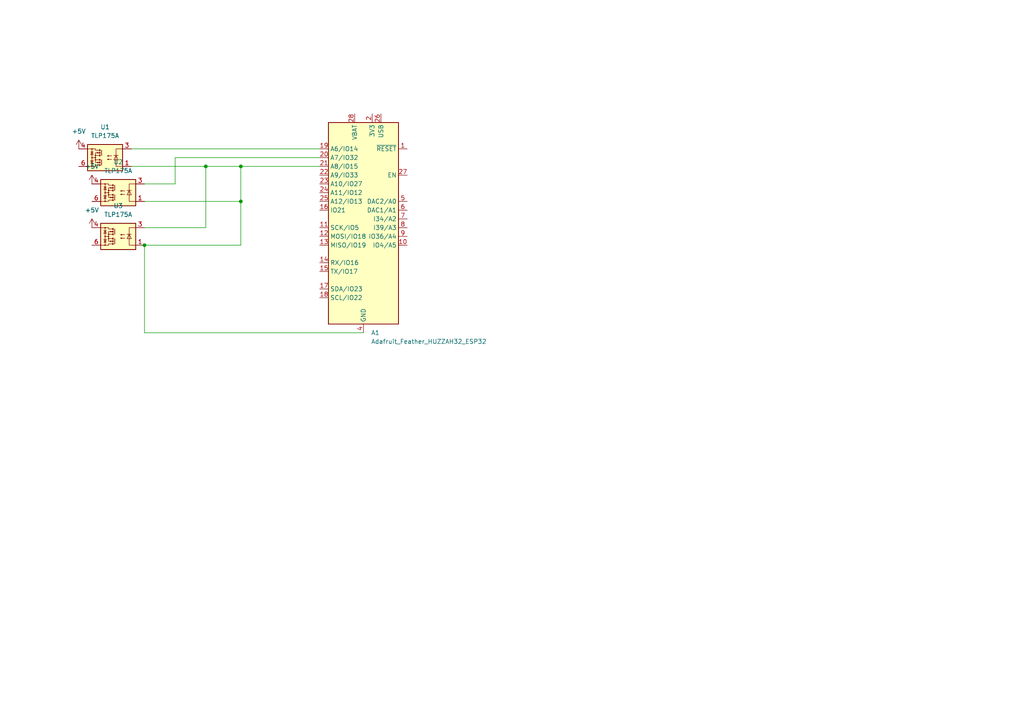
<source format=kicad_sch>
(kicad_sch (version 20231120) (generator "eeschema") (generator_version "8.0")
  (paper "A4")
  (lib_symbols
    (symbol "MCU_Module:Adafruit_Feather_HUZZAH32_ESP32"
      (property "Reference" "A" (at -10.16 29.21 0))
      (property "Value" "Adafruit_Feather_HUZZAH32_ESP32" (at 2.54 -31.75 0))
      (symbol "Adafruit_Feather_HUZZAH32_ESP32_0_1"
        (rectangle (start -10.16 27.94) (end 10.16 -30.48) (stroke (width 0.254)) (fill (type background)))
      )
      (symbol "Adafruit_Feather_HUZZAH32_ESP32_1_1"
        (pin input line (at 12.7 20.32 180) (length 2.54) (name "~{RESET}") (number "1"))
        (pin bidirectional line (at 12.7 -7.62 180) (length 2.54) (name "IO4/A5") (number "10"))
        (pin bidirectional line (at -12.7 -2.54 0) (length 2.54) (name "SCK/IO5") (number "11"))
        (pin bidirectional line (at -12.7 -5.08 0) (length 2.54) (name "MOSI/IO18") (number "12"))
        (pin bidirectional line (at -12.7 -7.62 0) (length 2.54) (name "MISO/IO19") (number "13"))
        (pin bidirectional line (at -12.7 -12.7 0) (length 2.54) (name "RX/IO16") (number "14"))
        (pin bidirectional line (at -12.7 -15.24 0) (length 2.54) (name "TX/IO17") (number "15"))
        (pin bidirectional line (at -12.7 2.54 0) (length 2.54) (name "IO21") (number "16"))
        (pin bidirectional line (at -12.7 -20.32 0) (length 2.54) (name "SDA/IO23") (number "17"))
        (pin bidirectional line (at -12.7 -22.86 0) (length 2.54) (name "SCL/IO22") (number "18"))
        (pin bidirectional line (at -12.7 20.32 0) (length 2.54) (name "A6/IO14") (number "19"))
        (pin power_in line (at 2.54 30.48 270) (length 2.54) (name "3V3") (number "2"))
        (pin bidirectional line (at -12.7 17.78 0) (length 2.54) (name "A7/IO32") (number "20"))
        (pin bidirectional line (at -12.7 15.24 0) (length 2.54) (name "A8/IO15") (number "21"))
        (pin bidirectional line (at -12.7 12.7 0) (length 2.54) (name "A9/IO33") (number "22"))
        (pin bidirectional line (at -12.7 10.16 0) (length 2.54) (name "A10/IO27") (number "23"))
        (pin bidirectional line (at -12.7 7.62 0) (length 2.54) (name "A11/IO12") (number "24"))
        (pin bidirectional line (at -12.7 5.08 0) (length 2.54) (name "A12/IO13") (number "25"))
        (pin power_in line (at 5.08 30.48 270) (length 2.54) (name "USB") (number "26"))
        (pin input line (at 12.7 12.7 180) (length 2.54) (name "EN") (number "27"))
        (pin power_in line (at -2.54 30.48 270) (length 2.54) (name "VBAT") (number "28"))
        (pin no_connect line (at 10.16 10.16 180) (length 2.54) hide (name "NC") (number "3"))
        (pin power_in line (at 0 -33.02 90) (length 2.54) (name "GND") (number "4"))
        (pin bidirectional line (at 12.7 5.08 180) (length 2.54) (name "DAC2/A0") (number "5"))
        (pin bidirectional line (at 12.7 2.54 180) (length 2.54) (name "DAC1/A1") (number "6"))
        (pin bidirectional line (at 12.7 0 180) (length 2.54) (name "I34/A2") (number "7"))
        (pin bidirectional line (at 12.7 -2.54 180) (length 2.54) (name "I39/A3") (number "8"))
        (pin bidirectional line (at 12.7 -5.08 180) (length 2.54) (name "IO36/A4") (number "9"))
      )
    )
    (symbol "Relay_SolidState:TLP175A"
      (property "Reference" "U" (at -5.08 4.953 0))
      (property "Value" "TLP175A" (at -5.08 -5.08 0))
      (symbol "TLP175A_0_1"
        (rectangle (start -5.08 3.81) (end 5.08 -3.81) (stroke (width 0.254)) (fill (type background)))
        (polyline (pts (xy -3.81 -0.635) (xy -2.54 -0.635)))
        (polyline (pts (xy 1.016 -0.635) (xy 1.016 -2.159)) (stroke (width 0.2032)))
        (polyline (pts (xy 1.016 2.159) (xy 1.016 0.635)) (stroke (width 0.2032)))
        (polyline (pts (xy 1.524 -0.508) (xy 1.524 -0.762)) (stroke (width 0.3556)))
        (polyline (pts (xy 2.794 0) (xy 3.81 0)))
        (polyline (pts (xy 3.429 -1.651) (xy 4.191 -1.651)))
        (polyline (pts (xy 3.429 1.651) (xy 4.191 1.651)))
        (polyline (pts (xy 3.81 -2.54) (xy 3.81 2.54)))
        (polyline (pts (xy 1.524 -2.032) (xy 1.524 -2.286) (xy 1.524 -2.286)) (stroke (width 0.3556)))
        (polyline (pts (xy 1.524 -1.27) (xy 1.524 -1.524) (xy 1.524 -1.524)) (stroke (width 0.3556)))
        (polyline (pts (xy 1.524 0.762) (xy 1.524 0.508) (xy 1.524 0.508)) (stroke (width 0.3556)))
        (polyline (pts (xy 1.524 1.524) (xy 1.524 1.27) (xy 1.524 1.27)) (stroke (width 0.3556)))
        (polyline (pts (xy 1.524 2.286) (xy 1.524 2.032) (xy 1.524 2.032)) (stroke (width 0.3556)))
        (polyline (pts (xy 1.651 -1.397) (xy 2.794 -1.397) (xy 2.794 -0.635)))
        (polyline (pts (xy 1.651 1.397) (xy 2.794 1.397) (xy 2.794 0.635)))
        (polyline (pts (xy -5.08 2.54) (xy -3.175 2.54) (xy -3.175 -2.54) (xy -5.08 -2.54)))
        (polyline (pts (xy -3.175 -0.635) (xy -3.81 0.635) (xy -2.54 0.635) (xy -3.175 -0.635)))
        (polyline (pts (xy 1.651 -2.159) (xy 2.794 -2.159) (xy 2.794 -2.54) (xy 5.08 -2.54)))
        (polyline (pts (xy 1.651 -0.635) (xy 2.794 -0.635) (xy 2.794 0.635) (xy 1.651 0.635)))
        (polyline (pts (xy 1.651 2.159) (xy 2.794 2.159) (xy 2.794 2.54) (xy 5.08 2.54)))
        (polyline (pts (xy 1.778 -1.397) (xy 2.286 -1.27) (xy 2.286 -1.524) (xy 1.778 -1.397)))
        (polyline (pts (xy 1.778 1.397) (xy 2.286 1.524) (xy 2.286 1.27) (xy 1.778 1.397)))
        (polyline (pts (xy 3.81 -1.651) (xy 3.429 -0.889) (xy 4.191 -0.889) (xy 3.81 -1.651)))
        (polyline (pts (xy 3.81 1.651) (xy 3.429 0.889) (xy 4.191 0.889) (xy 3.81 1.651)))
        (polyline (pts (xy -1.905 -0.508) (xy -0.635 -0.508) (xy -1.016 -0.635) (xy -1.016 -0.381) (xy -0.635 -0.508)))
        (polyline (pts (xy -1.905 0.508) (xy -0.635 0.508) (xy -1.016 0.381) (xy -1.016 0.635) (xy -0.635 0.508)))
        (circle (center 2.794 -0.635) (radius 0.127))
        (circle (center 2.794 0) (radius 0.127))
        (circle (center 2.794 0.635) (radius 0.127))
        (circle (center 3.81 -2.54) (radius 0.127))
        (circle (center 3.81 0) (radius 0.127))
        (circle (center 3.81 2.54) (radius 0.127))
      )
      (symbol "TLP175A_1_1"
        (pin passive line (at -7.62 2.54 0) (length 2.54) (name "~") (number "1"))
        (pin passive line (at -7.62 -2.54 0) (length 2.54) (name "~") (number "3"))
        (pin passive line (at 7.62 -2.54 180) (length 2.54) (name "~") (number "4"))
        (pin passive line (at 7.62 2.54 180) (length 2.54) (name "~") (number "6"))
      )
    )
    (symbol "power:+5V" (power) (pin_numbers hide) (pin_names (offset 0) hide)
      (property "Value" "+5V" (at 0 3.556 0))
      (symbol "+5V_0_1"
        (polyline (pts (xy -0.762 1.27) (xy 0 2.54)))
        (polyline (pts (xy 0 0) (xy 0 2.54)))
        (polyline (pts (xy 0 2.54) (xy 0.762 1.27)))
      )
      (symbol "+5V_1_1"
        (pin power_in line (at 0 0 90) (length 0) (name "~") (number "1"))
      )
    )
  )
  (junction (at 41.91 71.12))
  (junction (at 59.69 48.26))
  (junction (at 69.85 48.26))
  (junction (at 69.85 58.42))
  (wire (pts (xy 69.85 58.42) (xy 69.85 48.26)))
  (wire (pts (xy 59.69 48.26) (xy 69.85 48.26)))
  (wire (pts (xy 92.71 43.18) (xy 38.1 43.18)))
  (wire (pts (xy 50.8 53.34) (xy 41.91 53.34)))
  (wire (pts (xy 69.85 58.42) (xy 41.91 58.42)))
  (wire (pts (xy 69.85 71.12) (xy 69.85 58.42)))
  (wire (pts (xy 59.69 66.04) (xy 41.91 66.04)))
  (wire (pts (xy 92.71 45.72) (xy 50.8 45.72)))
  (wire (pts (xy 41.91 71.12) (xy 69.85 71.12)))
  (wire (pts (xy 41.91 96.52) (xy 41.91 71.12)))
  (wire (pts (xy 59.69 48.26) (xy 59.69 66.04)))
  (wire (pts (xy 50.8 45.72) (xy 50.8 53.34)))
  (wire (pts (xy 69.85 48.26) (xy 92.71 48.26)))
  (wire (pts (xy 105.41 96.52) (xy 41.91 96.52)))
  (wire (pts (xy 38.1 48.26) (xy 59.69 48.26)))
  (symbol (lib_id "MCU_Module:Adafruit_Feather_HUZZAH32_ESP32") (at 105.41 63.5 0) (unit 1)
    (property "Reference" "A1" (at 107.6041 96.52 0) (effects (justify left)))
    (property "Value" "Adafruit_Feather_HUZZAH32_ESP32" (at 107.6041 99.06 0) (effects (justify left)))
    (property "Footprint" "Module:Adafruit_Feather" (effects (hide yes)))
    (property "Datasheet" "https://cdn-learn.adafruit.com/downloads/pdf/adafruit-huzzah32-esp32-feather.pdf" (effects (hide yes)))
    (property "Description" "Microcontroller module with ESP32 MCU" (effects (hide yes)))
  )
  (symbol (lib_id "power:+5V") (at 26.67 66.04 0) (unit 1)
    (property "Reference" "#PWR03" (effects (hide yes)))
    (property "Value" "+5V" (at 26.67 60.96 0))
    (property "Description" "Power symbol creates a global label with name \"+5V\"" (effects (hide yes)))
  )
  (symbol (lib_id "Relay_SolidState:TLP175A") (at 34.29 68.58 180) (unit 1)
    (property "Reference" "U3" (at 34.29 59.69 0))
    (property "Value" "TLP175A" (at 34.29 62.23 0))
    (property "Footprint" "Package_SO:MFSOP6-4_4.4x3.6mm_P1.27mm" (effects (hide yes)))
    (property "Datasheet" "https://toshiba.semicon-storage.com/info/docget.jsp?did=13665&prodName=TLP175A" (effects (hide yes)))
    (property "Description" "MOSFET Photorelay 1-Form-A, Voff 60V, Ion 100mA, SOP6" (effects (hide yes)))
  )
  (symbol (lib_id "power:+5V") (at 26.67 53.34 0) (unit 1)
    (property "Reference" "#PWR02" (effects (hide yes)))
    (property "Value" "+5V" (at 26.67 48.26 0))
    (property "Description" "Power symbol creates a global label with name \"+5V\"" (effects (hide yes)))
  )
  (symbol (lib_id "power:+5V") (at 22.86 43.18 0) (unit 1)
    (property "Reference" "#PWR01" (effects (hide yes)))
    (property "Value" "+5V" (at 22.86 38.1 0))
    (property "Description" "Power symbol creates a global label with name \"+5V\"" (effects (hide yes)))
  )
  (symbol (lib_id "Relay_SolidState:TLP175A") (at 30.48 45.72 180) (unit 1)
    (property "Reference" "U1" (at 30.48 36.83 0))
    (property "Value" "TLP175A" (at 30.48 39.37 0))
    (property "Footprint" "Package_SO:MFSOP6-4_4.4x3.6mm_P1.27mm" (effects (hide yes)))
    (property "Datasheet" "https://toshiba.semicon-storage.com/info/docget.jsp?did=13665&prodName=TLP175A" (effects (hide yes)))
    (property "Description" "MOSFET Photorelay 1-Form-A, Voff 60V, Ion 100mA, SOP6" (effects (hide yes)))
  )
  (symbol (lib_id "Relay_SolidState:TLP175A") (at 34.29 55.88 180) (unit 1)
    (property "Reference" "U2" (at 34.29 46.99 0))
    (property "Value" "TLP175A" (at 34.29 49.53 0))
    (property "Footprint" "Package_SO:MFSOP6-4_4.4x3.6mm_P1.27mm" (effects (hide yes)))
    (property "Datasheet" "https://toshiba.semicon-storage.com/info/docget.jsp?did=13665&prodName=TLP175A" (effects (hide yes)))
    (property "Description" "MOSFET Photorelay 1-Form-A, Voff 60V, Ion 100mA, SOP6" (effects (hide yes)))
  )
)
</source>
